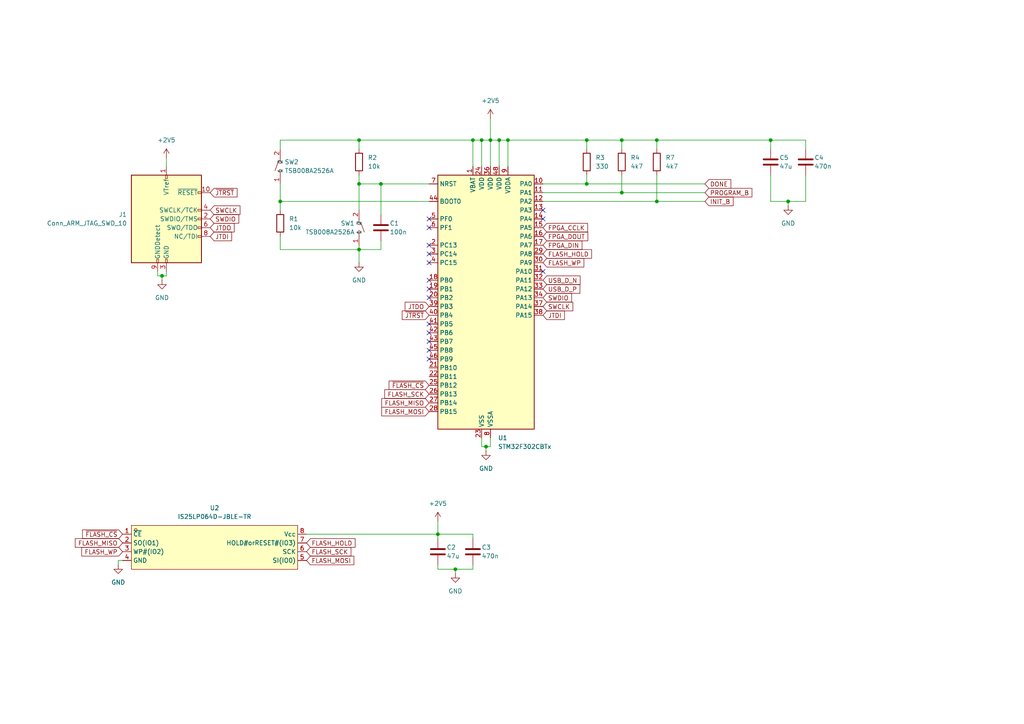
<source format=kicad_sch>
(kicad_sch (version 20231120) (generator "eeschema") (generator_version "8.0")
  (paper "A4")
  (lib_symbols
    (symbol "Connector:Conn_ARM_JTAG_SWD_10" (pin_names (offset 1.016))
      (property "Reference" "J" (at -2.54 16.51 0))
      (property "Value" "Conn_ARM_JTAG_SWD_10" (at -2.54 13.97 0))
      (symbol "Conn_ARM_JTAG_SWD_10_0_1"
        (rectangle (start -10.16 12.7) (end 10.16 -12.7) (stroke (width 0.254)) (fill (type background)))
        (rectangle (start -2.794 -12.7) (end -2.286 -11.684))
        (rectangle (start -0.254 -12.7) (end 0.254 -11.684))
        (rectangle (start -0.254 12.7) (end 0.254 11.684))
        (rectangle (start 9.144 2.286) (end 10.16 2.794))
        (rectangle (start 10.16 -2.794) (end 9.144 -2.286))
        (rectangle (start 10.16 -0.254) (end 9.144 0.254))
        (rectangle (start 10.16 7.874) (end 9.144 7.366))
      )
      (symbol "Conn_ARM_JTAG_SWD_10_1_1"
        (rectangle (start 9.144 -5.334) (end 10.16 -4.826))
        (pin power_in line (at 0 15.24 270) (length 2.54) (name "VTref") (number "1"))
        (pin open_collector line (at 12.7 7.62 180) (length 2.54) (name "~{RESET}") (number "10"))
        (pin bidirectional line (at 12.7 0 180) (length 2.54) (name "SWDIO/TMS") (number "2"))
        (pin power_in line (at 0 -15.24 90) (length 2.54) (name "GND") (number "3"))
        (pin output line (at 12.7 2.54 180) (length 2.54) (name "SWCLK/TCK") (number "4"))
        (pin passive line (at 0 -15.24 90) (length 2.54) hide (name "GND") (number "5"))
        (pin input line (at 12.7 -2.54 180) (length 2.54) (name "SWO/TDO") (number "6"))
        (pin no_connect line (at -10.16 0 0) (length 2.54) hide (name "KEY") (number "7"))
        (pin output line (at 12.7 -5.08 180) (length 2.54) (name "NC/TDI") (number "8"))
        (pin passive line (at -2.54 -15.24 90) (length 2.54) (name "GNDDetect") (number "9"))
      )
    )
    (symbol "Device:C" (pin_numbers hide) (pin_names (offset 0.254))
      (property "Reference" "C" (at 0.635 2.54 0))
      (property "Value" "C" (at 0.635 -2.54 0))
      (symbol "C_0_1"
        (polyline (pts (xy -2.032 -0.762) (xy 2.032 -0.762)) (stroke (width 0.508)))
        (polyline (pts (xy -2.032 0.762) (xy 2.032 0.762)) (stroke (width 0.508)))
      )
      (symbol "C_1_1"
        (pin passive line (at 0 3.81 270) (length 2.794) (name "~") (number "1"))
        (pin passive line (at 0 -3.81 90) (length 2.794) (name "~") (number "2"))
      )
    )
    (symbol "Device:R" (pin_numbers hide) (pin_names (offset 0))
      (property "Reference" "R" (at 2.032 0 90))
      (property "Value" "R" (at 0 0 90))
      (symbol "R_0_1"
        (rectangle (start -1.016 -2.54) (end 1.016 2.54) (stroke (width 0.254)))
      )
      (symbol "R_1_1"
        (pin passive line (at 0 3.81 270) (length 1.27) (name "~") (number "1"))
        (pin passive line (at 0 -3.81 90) (length 1.27) (name "~") (number "2"))
      )
    )
    (symbol "EasyEDA:IS25LP064D-JBLE-TR"
      (property "Reference" "U" (at 0 8.89 0))
      (property "Value" "IS25LP064D-JBLE-TR" (at 0 -8.89 0))
      (symbol "IS25LP064D-JBLE-TR_0_1"
        (rectangle (start -24.13 6.35) (end 24.13 -6.35) (fill (type background)))
        (circle (center -22.86 5.08) (radius 0.38))
        (pin unspecified line (at -26.67 3.81 0) (length 2.54) (name "~{CE}") (number "1"))
        (pin unspecified line (at -26.67 1.27 0) (length 2.54) (name "SO(IO1)") (number "2"))
        (pin unspecified line (at -26.67 -1.27 0) (length 2.54) (name "WP#(IO2)") (number "3"))
        (pin unspecified line (at -26.67 -3.81 0) (length 2.54) (name "GND") (number "4"))
        (pin unspecified line (at 26.67 -3.81 180) (length 2.54) (name "SI(IO0)") (number "5"))
        (pin unspecified line (at 26.67 -1.27 180) (length 2.54) (name "SCK") (number "6"))
        (pin unspecified line (at 26.67 1.27 180) (length 2.54) (name "HOLD#orRESET#(IO3)") (number "7"))
        (pin unspecified line (at 26.67 3.81 180) (length 2.54) (name "Vcc") (number "8"))
      )
    )
    (symbol "EasyEDA:TSB008A2526A"
      (property "Reference" "SW" (at 0 5.08 0))
      (property "Value" "TSB008A2526A" (at 0 -5.08 0))
      (symbol "TSB008A2526A_0_1"
        (circle (center -1.27 0) (radius 0.38))
        (polyline (pts (xy -1.78 0) (xy -2.54 0)))
        (polyline (pts (xy 1.52 0.51) (xy -1.27 1.52)))
        (polyline (pts (xy 1.78 0) (xy 2.54 0)))
        (circle (center 1.27 0) (radius 0.38))
        (pin unspecified line (at -5.08 0 0) (length 2.54) (name "1") (number "1"))
        (pin unspecified line (at 5.08 0 180) (length 2.54) (name "2") (number "2"))
      )
    )
    (symbol "MCU_ST_STM32F3:STM32F302CBTx"
      (property "Reference" "U" (at -12.7 39.37 0))
      (property "Value" "STM32F302CBTx" (at 10.16 39.37 0))
      (symbol "STM32F302CBTx_0_1"
        (rectangle (start -12.7 -35.56) (end 15.24 38.1) (stroke (width 0.254)) (fill (type background)))
      )
      (symbol "STM32F302CBTx_1_1"
        (pin power_in line (at -2.54 40.64 270) (length 2.54) (name "VBAT") (number "1"))
        (pin bidirectional line (at 17.78 35.56 180) (length 2.54) (name "PA0") (number "10"))
        (pin bidirectional line (at 17.78 33.02 180) (length 2.54) (name "PA1") (number "11"))
        (pin bidirectional line (at 17.78 30.48 180) (length 2.54) (name "PA2") (number "12"))
        (pin bidirectional line (at 17.78 27.94 180) (length 2.54) (name "PA3") (number "13"))
        (pin bidirectional line (at 17.78 25.4 180) (length 2.54) (name "PA4") (number "14"))
        (pin bidirectional line (at 17.78 22.86 180) (length 2.54) (name "PA5") (number "15"))
        (pin bidirectional line (at 17.78 20.32 180) (length 2.54) (name "PA6") (number "16"))
        (pin bidirectional line (at 17.78 17.78 180) (length 2.54) (name "PA7") (number "17"))
        (pin bidirectional line (at -15.24 7.62 0) (length 2.54) (name "PB0") (number "18"))
        (pin bidirectional line (at -15.24 5.08 0) (length 2.54) (name "PB1") (number "19"))
        (pin bidirectional line (at -15.24 17.78 0) (length 2.54) (name "PC13") (number "2"))
        (pin bidirectional line (at -15.24 2.54 0) (length 2.54) (name "PB2") (number "20"))
        (pin bidirectional line (at -15.24 -17.78 0) (length 2.54) (name "PB10") (number "21"))
        (pin bidirectional line (at -15.24 -20.32 0) (length 2.54) (name "PB11") (number "22"))
        (pin power_in line (at 0 -38.1 90) (length 2.54) (name "VSS") (number "23"))
        (pin power_in line (at 0 40.64 270) (length 2.54) (name "VDD") (number "24"))
        (pin bidirectional line (at -15.24 -22.86 0) (length 2.54) (name "PB12") (number "25"))
        (pin bidirectional line (at -15.24 -25.4 0) (length 2.54) (name "PB13") (number "26"))
        (pin bidirectional line (at -15.24 -27.94 0) (length 2.54) (name "PB14") (number "27"))
        (pin bidirectional line (at -15.24 -30.48 0) (length 2.54) (name "PB15") (number "28"))
        (pin bidirectional line (at 17.78 15.24 180) (length 2.54) (name "PA8") (number "29"))
        (pin bidirectional line (at -15.24 15.24 0) (length 2.54) (name "PC14") (number "3"))
        (pin bidirectional line (at 17.78 12.7 180) (length 2.54) (name "PA9") (number "30"))
        (pin bidirectional line (at 17.78 10.16 180) (length 2.54) (name "PA10") (number "31"))
        (pin bidirectional line (at 17.78 7.62 180) (length 2.54) (name "PA11") (number "32"))
        (pin bidirectional line (at 17.78 5.08 180) (length 2.54) (name "PA12") (number "33"))
        (pin bidirectional line (at 17.78 2.54 180) (length 2.54) (name "PA13") (number "34"))
        (pin passive line (at 0 -38.1 90) (length 2.54) hide (name "VSS") (number "35"))
        (pin power_in line (at 2.54 40.64 270) (length 2.54) (name "VDD") (number "36"))
        (pin bidirectional line (at 17.78 0 180) (length 2.54) (name "PA14") (number "37"))
        (pin bidirectional line (at 17.78 -2.54 180) (length 2.54) (name "PA15") (number "38"))
        (pin bidirectional line (at -15.24 0 0) (length 2.54) (name "PB3") (number "39"))
        (pin bidirectional line (at -15.24 12.7 0) (length 2.54) (name "PC15") (number "4"))
        (pin bidirectional line (at -15.24 -2.54 0) (length 2.54) (name "PB4") (number "40"))
        (pin bidirectional line (at -15.24 -5.08 0) (length 2.54) (name "PB5") (number "41"))
        (pin bidirectional line (at -15.24 -7.62 0) (length 2.54) (name "PB6") (number "42"))
        (pin bidirectional line (at -15.24 -10.16 0) (length 2.54) (name "PB7") (number "43"))
        (pin input line (at -15.24 30.48 0) (length 2.54) (name "BOOT0") (number "44"))
        (pin bidirectional line (at -15.24 -12.7 0) (length 2.54) (name "PB8") (number "45"))
        (pin bidirectional line (at -15.24 -15.24 0) (length 2.54) (name "PB9") (number "46"))
        (pin passive line (at 0 -38.1 90) (length 2.54) hide (name "VSS") (number "47"))
        (pin power_in line (at 5.08 40.64 270) (length 2.54) (name "VDD") (number "48"))
        (pin bidirectional line (at -15.24 25.4 0) (length 2.54) (name "PF0") (number "5"))
        (pin bidirectional line (at -15.24 22.86 0) (length 2.54) (name "PF1") (number "6"))
        (pin input line (at -15.24 35.56 0) (length 2.54) (name "NRST") (number "7"))
        (pin power_in line (at 2.54 -38.1 90) (length 2.54) (name "VSSA") (number "8"))
        (pin power_in line (at 7.62 40.64 270) (length 2.54) (name "VDDA") (number "9"))
      )
    )
    (symbol "power:+2V5" (power) (pin_numbers hide) (pin_names (offset 0) hide)
      (property "Value" "+2V5" (at 0 3.556 0))
      (symbol "+2V5_0_1"
        (polyline (pts (xy -0.762 1.27) (xy 0 2.54)))
        (polyline (pts (xy 0 0) (xy 0 2.54)))
        (polyline (pts (xy 0 2.54) (xy 0.762 1.27)))
      )
      (symbol "+2V5_1_1"
        (pin power_in line (at 0 0 90) (length 0) (name "~") (number "1"))
      )
    )
    (symbol "power:GND" (power) (pin_numbers hide) (pin_names (offset 0) hide)
      (property "Value" "GND" (at 0 -3.81 0))
      (symbol "GND_0_1"
        (polyline (pts (xy 0 0) (xy 0 -1.27) (xy 1.27 -1.27) (xy 0 -2.54) (xy -1.27 -1.27) (xy 0 -1.27)))
      )
      (symbol "GND_1_1"
        (pin power_in line (at 0 0 270) (length 0) (name "~") (number "1"))
      )
    )
  )
  (junction (at 139.7 40.64))
  (junction (at 104.14 72.39))
  (junction (at 81.28 58.42))
  (junction (at 144.78 40.64))
  (junction (at 110.49 53.34))
  (junction (at 104.14 40.64))
  (junction (at 170.18 40.64))
  (junction (at 46.99 80.01))
  (junction (at 142.24 40.64))
  (junction (at 180.34 40.64))
  (junction (at 132.08 165.1))
  (junction (at 190.5 40.64))
  (junction (at 104.14 53.34))
  (junction (at 180.34 55.88))
  (junction (at 140.97 129.54))
  (junction (at 170.18 53.34))
  (junction (at 147.32 40.64))
  (junction (at 190.5 58.42))
  (junction (at 127 154.94))
  (junction (at 137.16 40.64))
  (junction (at 223.52 40.64))
  (junction (at 228.6 58.42))
  (no_connect (at 157.48 78.74))
  (no_connect (at 124.46 96.52))
  (no_connect (at 124.46 63.5))
  (no_connect (at 124.46 66.04))
  (no_connect (at 124.46 86.36))
  (no_connect (at 124.46 99.06))
  (no_connect (at 157.48 63.5))
  (no_connect (at 124.46 71.12))
  (no_connect (at 124.46 76.2))
  (no_connect (at 124.46 81.28))
  (no_connect (at 157.48 60.96))
  (no_connect (at 124.46 101.6))
  (no_connect (at 124.46 83.82))
  (no_connect (at 124.46 104.14))
  (no_connect (at 124.46 73.66))
  (no_connect (at 124.46 93.98))
  (wire (pts (xy 233.68 40.64) (xy 233.68 43.18)))
  (wire (pts (xy 132.08 165.1) (xy 132.08 166.37)))
  (wire (pts (xy 190.5 50.8) (xy 190.5 58.42)))
  (wire (pts (xy 48.26 80.01) (xy 48.26 78.74)))
  (wire (pts (xy 190.5 58.42) (xy 157.48 58.42)))
  (wire (pts (xy 81.28 53.34) (xy 81.28 58.42)))
  (wire (pts (xy 104.14 40.64) (xy 137.16 40.64)))
  (wire (pts (xy 81.28 72.39) (xy 81.28 68.58)))
  (wire (pts (xy 132.08 165.1) (xy 127 165.1)))
  (wire (pts (xy 110.49 69.85) (xy 110.49 72.39)))
  (wire (pts (xy 48.26 45.72) (xy 48.26 48.26)))
  (wire (pts (xy 139.7 129.54) (xy 139.7 127)))
  (wire (pts (xy 180.34 40.64) (xy 180.34 43.18)))
  (wire (pts (xy 35.56 162.56) (xy 34.29 162.56)))
  (wire (pts (xy 142.24 40.64) (xy 139.7 40.64)))
  (wire (pts (xy 137.16 163.83) (xy 137.16 165.1)))
  (wire (pts (xy 223.52 58.42) (xy 228.6 58.42)))
  (wire (pts (xy 110.49 53.34) (xy 124.46 53.34)))
  (wire (pts (xy 127 165.1) (xy 127 163.83)))
  (wire (pts (xy 170.18 50.8) (xy 170.18 53.34)))
  (wire (pts (xy 81.28 72.39) (xy 104.14 72.39)))
  (wire (pts (xy 140.97 129.54) (xy 142.24 129.54)))
  (wire (pts (xy 144.78 40.64) (xy 144.78 48.26)))
  (wire (pts (xy 170.18 53.34) (xy 204.47 53.34)))
  (wire (pts (xy 46.99 80.01) (xy 45.72 80.01)))
  (wire (pts (xy 127 151.13) (xy 127 154.94)))
  (wire (pts (xy 180.34 50.8) (xy 180.34 55.88)))
  (wire (pts (xy 104.14 53.34) (xy 104.14 60.96)))
  (wire (pts (xy 137.16 165.1) (xy 132.08 165.1)))
  (wire (pts (xy 140.97 129.54) (xy 139.7 129.54)))
  (wire (pts (xy 190.5 40.64) (xy 223.52 40.64)))
  (wire (pts (xy 104.14 53.34) (xy 110.49 53.34)))
  (wire (pts (xy 137.16 40.64) (xy 137.16 48.26)))
  (wire (pts (xy 110.49 72.39) (xy 104.14 72.39)))
  (wire (pts (xy 81.28 40.64) (xy 104.14 40.64)))
  (wire (pts (xy 81.28 40.64) (xy 81.28 43.18)))
  (wire (pts (xy 34.29 162.56) (xy 34.29 163.83)))
  (wire (pts (xy 170.18 43.18) (xy 170.18 40.64)))
  (wire (pts (xy 104.14 71.12) (xy 104.14 72.39)))
  (wire (pts (xy 228.6 58.42) (xy 228.6 59.69)))
  (wire (pts (xy 142.24 129.54) (xy 142.24 127)))
  (wire (pts (xy 144.78 40.64) (xy 147.32 40.64)))
  (wire (pts (xy 170.18 53.34) (xy 157.48 53.34)))
  (wire (pts (xy 142.24 34.29) (xy 142.24 40.64)))
  (wire (pts (xy 88.9 154.94) (xy 127 154.94)))
  (wire (pts (xy 190.5 40.64) (xy 190.5 43.18)))
  (wire (pts (xy 170.18 40.64) (xy 180.34 40.64)))
  (wire (pts (xy 142.24 40.64) (xy 144.78 40.64)))
  (wire (pts (xy 104.14 72.39) (xy 104.14 76.2)))
  (wire (pts (xy 204.47 55.88) (xy 180.34 55.88)))
  (wire (pts (xy 140.97 130.81) (xy 140.97 129.54)))
  (wire (pts (xy 139.7 40.64) (xy 139.7 48.26)))
  (wire (pts (xy 81.28 58.42) (xy 124.46 58.42)))
  (wire (pts (xy 137.16 156.21) (xy 137.16 154.94)))
  (wire (pts (xy 110.49 53.34) (xy 110.49 62.23)))
  (wire (pts (xy 104.14 50.8) (xy 104.14 53.34)))
  (wire (pts (xy 180.34 55.88) (xy 157.48 55.88)))
  (wire (pts (xy 137.16 154.94) (xy 127 154.94)))
  (wire (pts (xy 147.32 40.64) (xy 147.32 48.26)))
  (wire (pts (xy 223.52 40.64) (xy 223.52 43.18)))
  (wire (pts (xy 228.6 58.42) (xy 233.68 58.42)))
  (wire (pts (xy 204.47 58.42) (xy 190.5 58.42)))
  (wire (pts (xy 81.28 58.42) (xy 81.28 60.96)))
  (wire (pts (xy 233.68 58.42) (xy 233.68 50.8)))
  (wire (pts (xy 142.24 40.64) (xy 142.24 48.26)))
  (wire (pts (xy 223.52 40.64) (xy 233.68 40.64)))
  (wire (pts (xy 46.99 81.28) (xy 46.99 80.01)))
  (wire (pts (xy 147.32 40.64) (xy 170.18 40.64)))
  (wire (pts (xy 127 154.94) (xy 127 156.21)))
  (wire (pts (xy 104.14 40.64) (xy 104.14 43.18)))
  (wire (pts (xy 45.72 80.01) (xy 45.72 78.74)))
  (wire (pts (xy 223.52 50.8) (xy 223.52 58.42)))
  (wire (pts (xy 180.34 40.64) (xy 190.5 40.64)))
  (wire (pts (xy 139.7 40.64) (xy 137.16 40.64)))
  (wire (pts (xy 46.99 80.01) (xy 48.26 80.01)))
  (global_label "FLASH_MISO" (shape input) (at 35.56 157.48 180) (property "Intersheetrefs" "${INTERSHEET_REFS}" (effects (hide yes))))
  (global_label "FLASH_HOLD" (shape input) (at 88.9 157.48 0) (property "Intersheetrefs" "${INTERSHEET_REFS}" (effects (hide yes))))
  (global_label "~{JTRST}" (shape input) (at 60.96 55.88 0) (property "Intersheetrefs" "${INTERSHEET_REFS}" (effects (hide yes))))
  (global_label "PROGRAM_B" (shape input) (at 204.47 55.88 0) (property "Intersheetrefs" "${INTERSHEET_REFS}" (effects (hide yes))))
  (global_label "USB_D_N" (shape input) (at 157.48 81.28 0) (property "Intersheetrefs" "${INTERSHEET_REFS}" (effects (hide yes))))
  (global_label "~{JTRST}" (shape input) (at 124.46 91.44 180) (property "Intersheetrefs" "${INTERSHEET_REFS}" (effects (hide yes))))
  (global_label "FLASH_WP" (shape input) (at 157.48 76.2 0) (property "Intersheetrefs" "${INTERSHEET_REFS}" (effects (hide yes))))
  (global_label "FLASH_SCK" (shape input) (at 88.9 160.02 0) (property "Intersheetrefs" "${INTERSHEET_REFS}" (effects (hide yes))))
  (global_label "~{FLASH_CS}" (shape input) (at 35.56 154.94 180) (property "Intersheetrefs" "${INTERSHEET_REFS}" (effects (hide yes))))
  (global_label "FPGA_DIN" (shape input) (at 157.48 71.12 0) (property "Intersheetrefs" "${INTERSHEET_REFS}" (effects (hide yes))))
  (global_label "DONE" (shape input) (at 204.47 53.34 0) (property "Intersheetrefs" "${INTERSHEET_REFS}" (effects (hide yes))))
  (global_label "INIT_B" (shape input) (at 204.47 58.42 0) (property "Intersheetrefs" "${INTERSHEET_REFS}" (effects (hide yes))))
  (global_label "FLASH_MOSI" (shape input) (at 88.9 162.56 0) (property "Intersheetrefs" "${INTERSHEET_REFS}" (effects (hide yes))))
  (global_label "JTDI" (shape input) (at 157.48 91.44 0) (property "Intersheetrefs" "${INTERSHEET_REFS}" (effects (hide yes))))
  (global_label "SWDIO" (shape input) (at 60.96 63.5 0) (property "Intersheetrefs" "${INTERSHEET_REFS}" (effects (hide yes))))
  (global_label "JTDO" (shape input) (at 124.46 88.9 180) (property "Intersheetrefs" "${INTERSHEET_REFS}" (effects (hide yes))))
  (global_label "SWCLK" (shape input) (at 60.96 60.96 0) (property "Intersheetrefs" "${INTERSHEET_REFS}" (effects (hide yes))))
  (global_label "USB_D_P" (shape input) (at 157.48 83.82 0) (property "Intersheetrefs" "${INTERSHEET_REFS}" (effects (hide yes))))
  (global_label "FPGA_DOUT" (shape input) (at 157.48 68.58 0) (property "Intersheetrefs" "${INTERSHEET_REFS}" (effects (hide yes))))
  (global_label "FPGA_CCLK" (shape input) (at 157.48 66.04 0) (property "Intersheetrefs" "${INTERSHEET_REFS}" (effects (hide yes))))
  (global_label "~{FLASH_CS}" (shape input) (at 124.46 111.76 180) (property "Intersheetrefs" "${INTERSHEET_REFS}" (effects (hide yes))))
  (global_label "FLASH_SCK" (shape input) (at 124.46 114.3 180) (property "Intersheetrefs" "${INTERSHEET_REFS}" (effects (hide yes))))
  (global_label "FLASH_MOSI" (shape input) (at 124.46 119.38 180) (property "Intersheetrefs" "${INTERSHEET_REFS}" (effects (hide yes))))
  (global_label "JTDO" (shape input) (at 60.96 66.04 0) (property "Intersheetrefs" "${INTERSHEET_REFS}" (effects (hide yes))))
  (global_label "FLASH_MISO" (shape input) (at 124.46 116.84 180) (property "Intersheetrefs" "${INTERSHEET_REFS}" (effects (hide yes))))
  (global_label "SWDIO" (shape input) (at 157.48 86.36 0) (property "Intersheetrefs" "${INTERSHEET_REFS}" (effects (hide yes))))
  (global_label "JTDI" (shape input) (at 60.96 68.58 0) (property "Intersheetrefs" "${INTERSHEET_REFS}" (effects (hide yes))))
  (global_label "FLASH_WP" (shape input) (at 35.56 160.02 180) (property "Intersheetrefs" "${INTERSHEET_REFS}" (effects (hide yes))))
  (global_label "SWCLK" (shape input) (at 157.48 88.9 0) (property "Intersheetrefs" "${INTERSHEET_REFS}" (effects (hide yes))))
  (global_label "FLASH_HOLD" (shape input) (at 157.48 73.66 0) (property "Intersheetrefs" "${INTERSHEET_REFS}" (effects (hide yes))))
  (symbol (lib_id "MCU_ST_STM32F3:STM32F302CBTx") (at 139.7 88.9 0) (unit 1)
    (property "Reference" "U1" (at 144.4341 127 0) (effects (justify left)))
    (property "Value" "STM32F302CBTx" (at 144.4341 129.54 0) (effects (justify left)))
    (property "Footprint" "Package_QFP:LQFP-48_7x7mm_P0.5mm" (effects (hide yes)))
    (property "Datasheet" "https://www.st.com/resource/en/datasheet/stm32f302cb.pdf" (effects (hide yes)))
    (property "Description" "STMicroelectronics Arm Cortex-M4 MCU, 128KB flash, 32KB RAM, 72 MHz, 2.0-3.6V, 37 GPIO, LQFP48" (effects (hide yes)))
  )
  (symbol (lib_id "Connector:Conn_ARM_JTAG_SWD_10") (at 48.26 63.5 0) (unit 1)
    (property "Reference" "J1" (at 36.83 62.2299 0) (effects (justify right)))
    (property "Value" "Conn_ARM_JTAG_SWD_10" (at 36.83 64.7699 0) (effects (justify right)))
    (property "Footprint" "Connector_PinHeader_1.27mm:PinHeader_2x05_P1.27mm_Vertical" (effects (hide yes)))
    (property "Datasheet" "http://infocenter.arm.com/help/topic/com.arm.doc.ddi0314h/DDI0314H_coresight_components_trm.pdf" (effects (hide yes)))
    (property "Description" "Cortex Debug Connector, standard ARM Cortex-M SWD and JTAG interface" (effects (hide yes)))
  )
  (symbol (lib_id "Device:R") (at 81.28 64.77 0) (unit 1)
    (property "Reference" "R1" (at 83.82 63.4999 0) (effects (justify left)))
    (property "Value" "10k" (at 83.82 66.0399 0) (effects (justify left)))
    (property "Footprint" "Resistor_SMD:R_0805_2012Metric" (effects (hide yes)))
    (property "Description" "Resistor" (effects (hide yes)))
  )
  (symbol (lib_id "power:GND") (at 46.99 81.28 0) (unit 1)
    (property "Reference" "#PWR049" (effects (hide yes)))
    (property "Value" "GND" (at 46.99 86.36 0))
    (property "Description" "Power symbol creates a global label with name \"GND\" , ground" (effects (hide yes)))
  )
  (symbol (lib_id "power:GND") (at 140.97 130.81 0) (unit 1)
    (property "Reference" "#PWR044" (effects (hide yes)))
    (property "Value" "GND" (at 140.97 135.89 0))
    (property "Description" "Power symbol creates a global label with name \"GND\" , ground" (effects (hide yes)))
  )
  (symbol (lib_id "EasyEDA:TSB008A2526A") (at 81.28 48.26 90) (unit 1)
    (property "Reference" "SW2" (at 82.55 46.9899 90) (effects (justify right)))
    (property "Value" "TSB008A2526A" (at 82.55 49.5299 90) (effects (justify right)))
    (property "Footprint" "EasyEDA:SW-SMD_L6.0-W3.5-LS8.0" (effects (hide yes)))
    (property "LCSC Part" "C2888456" (effects (hide yes)))
  )
  (symbol (lib_id "power:+2V5") (at 142.24 34.29 0) (unit 1)
    (property "Reference" "#PWR045" (effects (hide yes)))
    (property "Value" "+2V5" (at 142.24 29.21 0))
    (property "Description" "Power symbol creates a global label with name \"+2V5\"" (effects (hide yes)))
  )
  (symbol (lib_id "power:GND") (at 132.08 166.37 0) (unit 1)
    (property "Reference" "#PWR040" (effects (hide yes)))
    (property "Value" "GND" (at 132.08 171.45 0))
    (property "Description" "Power symbol creates a global label with name \"GND\" , ground" (effects (hide yes)))
  )
  (symbol (lib_id "Device:R") (at 104.14 46.99 0) (unit 1)
    (property "Reference" "R2" (at 106.68 45.7199 0) (effects (justify left)))
    (property "Value" "10k" (at 106.68 48.2599 0) (effects (justify left)))
    (property "Footprint" "Resistor_SMD:R_0805_2012Metric" (effects (hide yes)))
    (property "Description" "Resistor" (effects (hide yes)))
  )
  (symbol (lib_id "power:GND") (at 104.14 76.2 0) (unit 1)
    (property "Reference" "#PWR046" (effects (hide yes)))
    (property "Value" "GND" (at 104.14 81.28 0))
    (property "Description" "Power symbol creates a global label with name \"GND\" , ground" (effects (hide yes)))
  )
  (symbol (lib_id "power:+2V5") (at 127 151.13 0) (unit 1)
    (property "Reference" "#PWR039" (effects (hide yes)))
    (property "Value" "+2V5" (at 127 146.05 0))
    (property "Description" "Power symbol creates a global label with name \"+2V5\"" (effects (hide yes)))
  )
  (symbol (lib_id "Device:C") (at 223.52 46.99 0) (unit 1)
    (property "Reference" "C5" (at 226.06 45.72 0) (effects (justify left)))
    (property "Value" "47u" (at 226.06 48.26 0) (effects (justify left)))
    (property "Footprint" "Capacitor_SMD:C_0805_2012Metric" (effects (hide yes)))
    (property "Description" "Unpolarized capacitor" (effects (hide yes)))
  )
  (symbol (lib_id "power:GND") (at 34.29 163.83 0) (unit 1)
    (property "Reference" "#PWR038" (effects (hide yes)))
    (property "Value" "GND" (at 34.29 168.91 0))
    (property "Description" "Power symbol creates a global label with name \"GND\" , ground" (effects (hide yes)))
  )
  (symbol (lib_id "EasyEDA:TSB008A2526A") (at 104.14 66.04 270) (mirror x) (unit 1)
    (property "Reference" "SW1" (at 102.87 64.7699 90) (effects (justify right)))
    (property "Value" "TSB008A2526A" (at 102.87 67.3099 90) (effects (justify right)))
    (property "Footprint" "EasyEDA:SW-SMD_L6.0-W3.5-LS8.0" (effects (hide yes)))
    (property "LCSC Part" "C2888456" (effects (hide yes)))
  )
  (symbol (lib_id "power:+2V5") (at 48.26 45.72 0) (unit 1)
    (property "Reference" "#PWR050" (effects (hide yes)))
    (property "Value" "+2V5" (at 48.26 40.64 0))
    (property "Description" "Power symbol creates a global label with name \"+2V5\"" (effects (hide yes)))
  )
  (symbol (lib_id "Device:R") (at 180.34 46.99 0) (unit 1)
    (property "Reference" "R4" (at 182.88 45.7199 0) (effects (justify left)))
    (property "Value" "4k7" (at 182.88 48.2599 0) (effects (justify left)))
    (property "Footprint" "Resistor_SMD:R_0805_2012Metric" (effects (hide yes)))
    (property "Description" "Resistor" (effects (hide yes)))
  )
  (symbol (lib_id "Device:C") (at 137.16 160.02 0) (unit 1)
    (property "Reference" "C3" (at 139.7 158.75 0) (effects (justify left)))
    (property "Value" "470n" (at 139.7 161.29 0) (effects (justify left)))
    (property "Footprint" "Capacitor_SMD:C_0805_2012Metric" (effects (hide yes)))
    (property "Description" "Unpolarized capacitor" (effects (hide yes)))
  )
  (symbol (lib_id "Device:C") (at 127 160.02 0) (unit 1)
    (property "Reference" "C2" (at 129.54 158.75 0) (effects (justify left)))
    (property "Value" "47u" (at 129.54 161.29 0) (effects (justify left)))
    (property "Footprint" "Capacitor_SMD:C_0805_2012Metric" (effects (hide yes)))
    (property "Description" "Unpolarized capacitor" (effects (hide yes)))
  )
  (symbol (lib_id "Device:C") (at 233.68 46.99 0) (unit 1)
    (property "Reference" "C4" (at 236.22 45.72 0) (effects (justify left)))
    (property "Value" "470n" (at 236.22 48.26 0) (effects (justify left)))
    (property "Footprint" "Capacitor_SMD:C_0805_2012Metric" (effects (hide yes)))
    (property "Description" "Unpolarized capacitor" (effects (hide yes)))
  )
  (symbol (lib_id "EasyEDA:IS25LP064D-JBLE-TR") (at 62.23 158.75 0) (unit 1)
    (property "Reference" "U2" (at 62.23 147.32 0))
    (property "Value" "IS25LP064D-JBLE-TR" (at 62.23 149.86 0))
    (property "Footprint" "EasyEDA:SOIC-8_L5.3-W5.3-P1.27-LS7.9-BL" (effects (hide yes)))
    (property "LCSC Part" "C5183018" (effects (hide yes)))
  )
  (symbol (lib_id "Device:R") (at 170.18 46.99 0) (unit 1)
    (property "Reference" "R3" (at 172.72 45.7199 0) (effects (justify left)))
    (property "Value" "330" (at 172.72 48.2599 0) (effects (justify left)))
    (property "Footprint" "Resistor_SMD:R_0805_2012Metric" (effects (hide yes)))
    (property "Description" "Resistor" (effects (hide yes)))
  )
  (symbol (lib_id "power:GND") (at 228.6 59.69 0) (unit 1)
    (property "Reference" "#PWR051" (effects (hide yes)))
    (property "Value" "GND" (at 228.6 64.77 0))
    (property "Description" "Power symbol creates a global label with name \"GND\" , ground" (effects (hide yes)))
  )
  (symbol (lib_id "Device:R") (at 190.5 46.99 0) (unit 1)
    (property "Reference" "R7" (at 193.04 45.7199 0) (effects (justify left)))
    (property "Value" "4k7" (at 193.04 48.2599 0) (effects (justify left)))
    (property "Footprint" "Resistor_SMD:R_0805_2012Metric" (effects (hide yes)))
    (property "Description" "Resistor" (effects (hide yes)))
  )
  (symbol (lib_id "Device:C") (at 110.49 66.04 0) (unit 1)
    (property "Reference" "C1" (at 113.03 64.77 0) (effects (justify left)))
    (property "Value" "100n" (at 113.03 67.31 0) (effects (justify left)))
    (property "Footprint" "Capacitor_SMD:C_0805_2012Metric" (effects (hide yes)))
    (property "Description" "Unpolarized capacitor" (effects (hide yes)))
  )
)
</source>
